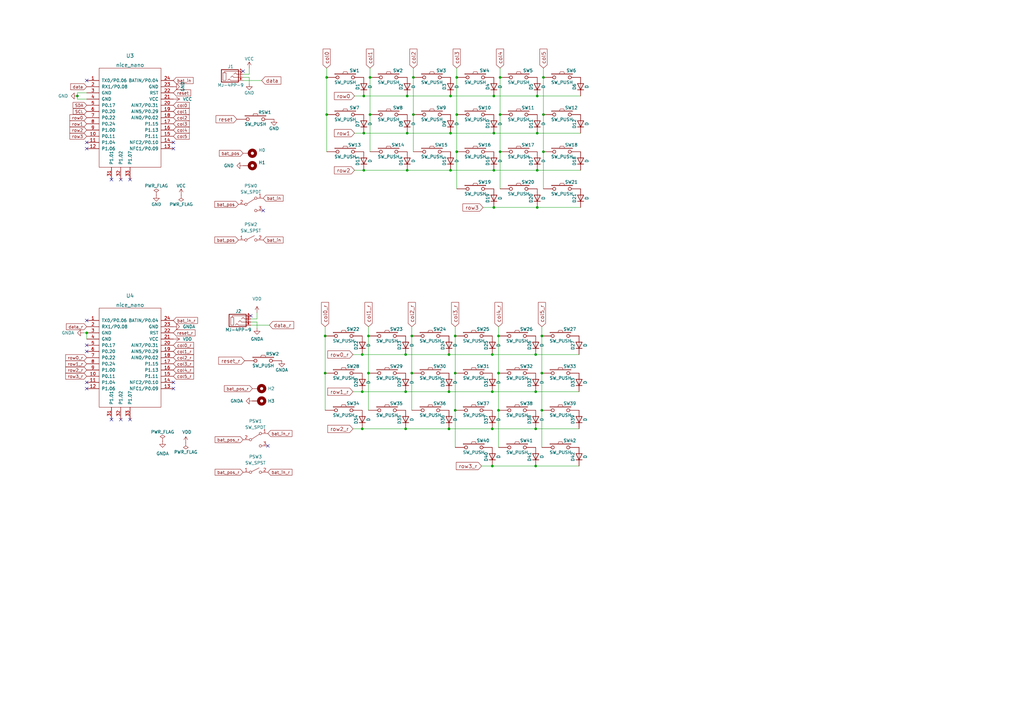
<source format=kicad_sch>
(kicad_sch (version 20211123) (generator eeschema)
  (paper "A3")
  (title_block (title "Corne Cherry") (date "2020-09-28") (rev "3.0.1") (company "foostan"))
  (lib_symbols
    (symbol "Device:D" (pin_numbers hide) (pin_names (offset 1.016) hide)
      (property "Reference" "D" (at 0 2.54 0))
      (property "Value" "D" (at 0 -2.54 0))
      (symbol "D_0_1"
        (polyline (pts (xy -1.27 1.27) (xy -1.27 -1.27)) (stroke (width 0.254)))
        (polyline (pts (xy 1.27 0) (xy -1.27 0)))
        (polyline (pts (xy 1.27 1.27) (xy 1.27 -1.27) (xy -1.27 0) (xy 1.27 1.27)) (stroke (width 0.254)))
      )
      (symbol "D_1_1"
        (pin passive line (at -3.81 0 0) (length 2.54) (name "K") (number "1"))
        (pin passive line (at 3.81 0 180) (length 2.54) (name "A") (number "2"))
      )
    )
    (symbol "GNDA_1" (power) (pin_names (offset 0))
      (property "Value" "GNDA_1" (at 0 -3.81 0))
      (symbol "GNDA_1_0_1"
        (polyline (pts (xy 0 0) (xy 0 -1.27) (xy 1.27 -1.27) (xy 0 -2.54) (xy -1.27 -1.27) (xy 0 -1.27)))
      )
      (symbol "GNDA_1_1_1"
        (pin power_in line (at 0 0 270) (length 0) hide (name "GNDA") (number "1"))
      )
    )
    (symbol "GNDA_2" (power) (pin_names (offset 0))
      (property "Value" "GNDA_2" (at 0 -3.81 0))
      (symbol "GNDA_2_0_1"
        (polyline (pts (xy 0 0) (xy 0 -1.27) (xy 1.27 -1.27) (xy 0 -2.54) (xy -1.27 -1.27) (xy 0 -1.27)))
      )
      (symbol "GNDA_2_1_1"
        (pin power_in line (at 0 0 270) (length 0) hide (name "GNDA") (number "1"))
      )
    )
    (symbol "GNDA_3" (power) (pin_names (offset 0))
      (property "Value" "GNDA_3" (at 0 -3.81 0))
      (symbol "GNDA_3_0_1"
        (polyline (pts (xy 0 0) (xy 0 -1.27) (xy 1.27 -1.27) (xy 0 -2.54) (xy -1.27 -1.27) (xy 0 -1.27)))
      )
      (symbol "GNDA_3_1_1"
        (pin power_in line (at 0 0 270) (length 0) hide (name "GNDA") (number "1"))
      )
    )
    (symbol "GNDA_4" (power) (pin_names (offset 0))
      (property "Value" "GNDA_4" (at 0 -3.81 0))
      (symbol "GNDA_4_0_1"
        (polyline (pts (xy 0 0) (xy 0 -1.27) (xy 1.27 -1.27) (xy 0 -2.54) (xy -1.27 -1.27) (xy 0 -1.27)))
      )
      (symbol "GNDA_4_1_1"
        (pin power_in line (at 0 0 270) (length 0) hide (name "GNDA") (number "1"))
      )
    )
    (symbol "GNDA_5" (power) (pin_names (offset 0))
      (property "Value" "GNDA_5" (at 0 -3.81 0))
      (symbol "GNDA_5_0_1"
        (polyline (pts (xy 0 0) (xy 0 -1.27) (xy 1.27 -1.27) (xy 0 -2.54) (xy -1.27 -1.27) (xy 0 -1.27)))
      )
      (symbol "GNDA_5_1_1"
        (pin power_in line (at 0 0 270) (length 0) hide (name "GNDA") (number "1"))
      )
    )
    (symbol "GND_1" (power) (pin_names (offset 0))
      (property "Value" "GND_1" (at 0 -3.81 0))
      (symbol "GND_1_0_1"
        (polyline (pts (xy 0 0) (xy 0 -1.27) (xy 1.27 -1.27) (xy 0 -2.54) (xy -1.27 -1.27) (xy 0 -1.27)))
      )
      (symbol "GND_1_1_1"
        (pin power_in line (at 0 0 270) (length 0) hide (name "GND") (number "1"))
      )
    )
    (symbol "GND_2" (power) (pin_names (offset 0))
      (property "Value" "GND_2" (at 0 -3.81 0))
      (symbol "GND_2_0_1"
        (polyline (pts (xy 0 0) (xy 0 -1.27) (xy 1.27 -1.27) (xy 0 -2.54) (xy -1.27 -1.27) (xy 0 -1.27)))
      )
      (symbol "GND_2_1_1"
        (pin power_in line (at 0 0 270) (length 0) hide (name "GND") (number "1"))
      )
    )
    (symbol "Mechanical:MountingHole_Pad" (pin_numbers hide) (pin_names (offset 1.016) hide)
      (property "Reference" "H" (at 0 6.35 0))
      (property "Value" "MountingHole_Pad" (at 0 4.445 0))
      (symbol "MountingHole_Pad_0_1"
        (circle (center 0 1.27) (radius 1.27) (stroke (width 1.27)))
      )
      (symbol "MountingHole_Pad_1_1"
        (pin input line (at 0 -2.54 90) (length 2.54) (name "1") (number "1"))
      )
    )
    (symbol "Switch:SW_SPDT" (pin_names (offset 0) hide)
      (property "Reference" "SW" (at 0 4.318 0))
      (property "Value" "SW_SPDT" (at 0 -5.08 0))
      (symbol "SW_SPDT_0_0"
        (circle (center -2.032 0) (radius 0.508))
        (circle (center 2.032 -2.54) (radius 0.508))
      )
      (symbol "SW_SPDT_0_1"
        (polyline (pts (xy -1.524 0.254) (xy 1.651 2.286)))
        (circle (center 2.032 2.54) (radius 0.508))
      )
      (symbol "SW_SPDT_1_1"
        (pin passive line (at 5.08 2.54 180) (length 2.54) (name "A") (number "1"))
        (pin passive line (at -5.08 0 0) (length 2.54) (name "B") (number "2"))
        (pin passive line (at 5.08 -2.54 180) (length 2.54) (name "C") (number "3"))
      )
    )
    (symbol "Switch:SW_SPST" (pin_names (offset 0) hide)
      (property "Reference" "SW" (at 0 3.175 0))
      (property "Value" "SW_SPST" (at 0 -2.54 0))
      (symbol "SW_SPST_0_0"
        (circle (center -2.032 0) (radius 0.508))
        (polyline (pts (xy -1.524 0.254) (xy 1.524 1.778)))
        (circle (center 2.032 0) (radius 0.508))
      )
      (symbol "SW_SPST_1_1"
        (pin passive line (at -5.08 0 0) (length 2.54) (name "A") (number "1"))
        (pin passive line (at 5.08 0 180) (length 2.54) (name "B") (number "2"))
      )
    )
    (symbol "VCC_1" (power) (pin_names (offset 0))
      (property "Value" "VCC_1" (at 0 3.81 0))
      (symbol "VCC_1_0_1"
        (polyline (pts (xy -0.762 1.27) (xy 0 2.54)))
        (polyline (pts (xy 0 0) (xy 0 2.54)))
        (polyline (pts (xy 0 2.54) (xy 0.762 1.27)))
      )
      (symbol "VCC_1_1_1"
        (pin power_in line (at 0 0 90) (length 0) hide (name "VCC") (number "1"))
      )
    )
    (symbol "VDD_1" (power) (pin_names (offset 0))
      (property "Value" "VDD_1" (at 0 3.81 0))
      (symbol "VDD_1_0_1"
        (polyline (pts (xy -0.762 1.27) (xy 0 2.54)))
        (polyline (pts (xy 0 0) (xy 0 2.54)))
        (polyline (pts (xy 0 2.54) (xy 0.762 1.27)))
      )
      (symbol "VDD_1_1_1"
        (pin power_in line (at 0 0 90) (length 0) hide (name "VDD") (number "1"))
      )
    )
    (symbol "VDD_2" (power) (pin_names (offset 0))
      (property "Value" "VDD_2" (at 0 3.81 0))
      (symbol "VDD_2_0_1"
        (polyline (pts (xy -0.762 1.27) (xy 0 2.54)))
        (polyline (pts (xy 0 0) (xy 0 2.54)))
        (polyline (pts (xy 0 2.54) (xy 0.762 1.27)))
      )
      (symbol "VDD_2_1_1"
        (pin power_in line (at 0 0 90) (length 0) hide (name "VDD") (number "1"))
      )
    )
    (symbol "kbd:MJ-4PP-9" (pin_names (offset 1.016))
      (property "Reference" "J" (at 0 3.81 0))
      (property "Value" "MJ-4PP-9" (at 0 -3.81 0))
      (symbol "MJ-4PP-9_0_1"
        (rectangle (start -1.905 -1.905) (end -3.175 1.27))
        (polyline (pts (xy -2.54 1.27) (xy -2.54 1.905) (xy 3.175 1.905)))
        (polyline (pts (xy -1.27 -1.905) (xy -0.635 -1.27) (xy 0 -1.905) (xy 3.175 -1.905)))
        (polyline (pts (xy 0 -0.635) (xy 0.635 0) (xy 1.27 -0.635) (xy 3.175 -0.635)))
        (polyline (pts (xy 1.27 0.635) (xy 1.905 1.27) (xy 2.54 0.635) (xy 3.175 0.635)))
        (rectangle (start 3.175 2.54) (end -3.81 -2.54) (stroke (width 0.3048)))
      )
      (symbol "MJ-4PP-9_1_1"
        (pin input line (at 5.08 1.905 180) (length 2.0066) (name "~") (number "A"))
        (pin input line (at 5.08 -1.905 180) (length 2.0066) (name "~") (number "B"))
        (pin input line (at 5.08 -0.635 180) (length 2.0066) (name "~") (number "C"))
        (pin input line (at 5.08 0.635 180) (length 2.0066) (name "~") (number "D"))
      )
    )
    (symbol "kbd:SW_PUSH" (pin_numbers hide) (pin_names (offset 1.016) hide)
      (property "Reference" "SW" (at 3.81 2.794 0))
      (property "Value" "SW_PUSH" (at 0 -2.032 0))
      (symbol "SW_PUSH_0_1"
        (rectangle (start -4.318 1.27) (end 4.318 1.524))
        (polyline (pts (xy -1.016 1.524) (xy -0.762 2.286) (xy 0.762 2.286) (xy 1.016 1.524)))
        (pin passive inverted (at -7.62 0 0) (length 5.08) (name "1") (number "1"))
        (pin passive inverted (at 7.62 0 180) (length 5.08) (name "2") (number "2"))
      )
    )
    (symbol "nice:nice_nano" (pin_names (offset 1.016))
      (property "Reference" "U" (at 0 0 0))
      (property "Value" "nice_nano" (at 0 2.54 0))
      (symbol "nice_nano_0_1"
        (rectangle (start -12.7 -21.59) (end 12.7 19.05))
      )
      (symbol "nice_nano_1_1"
        (pin input line (at -17.78 13.97 0) (length 5.08) (name "TX0/P0.06") (number "1"))
        (pin input line (at -17.78 -8.89 0) (length 5.08) (name "P0.11") (number "10"))
        (pin input line (at -17.78 -11.43 0) (length 5.08) (name "P1.04") (number "11"))
        (pin input line (at -17.78 -13.97 0) (length 5.08) (name "P1.06") (number "12"))
        (pin input line (at 17.78 -13.97 180) (length 5.08) (name "NFC1/P0.09") (number "13"))
        (pin input line (at 17.78 -11.43 180) (length 5.08) (name "NFC2/P0.10") (number "14"))
        (pin input line (at 17.78 -8.89 180) (length 5.08) (name "P1.11") (number "15"))
        (pin input line (at 17.78 -6.35 180) (length 5.08) (name "P1.13") (number "16"))
        (pin input line (at 17.78 -3.81 180) (length 5.08) (name "P1.15") (number "17"))
        (pin input line (at 17.78 -1.27 180) (length 5.08) (name "AIN0/P0.02") (number "18"))
        (pin input line (at 17.78 1.27 180) (length 5.08) (name "AIN5/P0.29") (number "19"))
        (pin input line (at -17.78 11.43 0) (length 5.08) (name "RX1/P0.08") (number "2"))
        (pin input line (at 17.78 3.81 180) (length 5.08) (name "AIN7/P0.31") (number "20"))
        (pin input line (at 17.78 6.35 180) (length 5.08) (name "VCC") (number "21"))
        (pin input line (at 17.78 8.89 180) (length 5.08) (name "RST") (number "22"))
        (pin input line (at 17.78 11.43 180) (length 5.08) (name "GND") (number "23"))
        (pin input line (at 17.78 13.97 180) (length 5.08) (name "BATIN/P0.04") (number "24"))
        (pin input line (at -17.78 8.89 0) (length 5.08) (name "GND") (number "3"))
        (pin input line (at -7.62 -26.67 90) (length 5.08) (name "P1.01") (number "31"))
        (pin input line (at -3.81 -26.67 90) (length 5.08) (name "P1.02") (number "32"))
        (pin input line (at 0 -26.67 90) (length 5.08) (name "P1.07") (number "33"))
        (pin input line (at -17.78 6.35 0) (length 5.08) (name "GND") (number "4"))
        (pin input line (at -17.78 3.81 0) (length 5.08) (name "P0.17") (number "5"))
        (pin input line (at -17.78 1.27 0) (length 5.08) (name "P0.20") (number "6"))
        (pin input line (at -17.78 -1.27 0) (length 5.08) (name "P0.22") (number "7"))
        (pin input line (at -17.78 -3.81 0) (length 5.08) (name "P0.24") (number "8"))
        (pin input line (at -17.78 -6.35 0) (length 5.08) (name "P1.00") (number "9"))
      )
    )
    (symbol "power:GND" (power) (pin_names (offset 0))
      (property "Value" "GND" (at 0 -3.81 0))
      (symbol "GND_0_1"
        (polyline (pts (xy 0 0) (xy 0 -1.27) (xy 1.27 -1.27) (xy 0 -2.54) (xy -1.27 -1.27) (xy 0 -1.27)))
      )
      (symbol "GND_1_1"
        (pin power_in line (at 0 0 270) (length 0) hide (name "GND") (number "1"))
      )
    )
    (symbol "power:GNDA" (power) (pin_names (offset 0))
      (property "Value" "GNDA" (at 0 -3.81 0))
      (symbol "GNDA_0_1"
        (polyline (pts (xy 0 0) (xy 0 -1.27) (xy 1.27 -1.27) (xy 0 -2.54) (xy -1.27 -1.27) (xy 0 -1.27)))
      )
      (symbol "GNDA_1_1"
        (pin power_in line (at 0 0 270) (length 0) hide (name "GNDA") (number "1"))
      )
    )
    (symbol "power:PWR_FLAG" (power) (pin_numbers hide) (pin_names (offset 0) hide)
      (property "Value" "PWR_FLAG" (at 0 3.81 0))
      (symbol "PWR_FLAG_0_0"
        (pin power_out line (at 0 0 90) (length 0) (name "pwr") (number "1"))
      )
      (symbol "PWR_FLAG_0_1"
        (polyline (pts (xy 0 0) (xy 0 1.27) (xy -1.016 1.905) (xy 0 2.54) (xy 1.016 1.905) (xy 0 1.27)))
      )
    )
    (symbol "power:VCC" (power) (pin_names (offset 0))
      (property "Value" "VCC" (at 0 3.81 0))
      (symbol "VCC_0_1"
        (polyline (pts (xy -0.762 1.27) (xy 0 2.54)))
        (polyline (pts (xy 0 0) (xy 0 2.54)))
        (polyline (pts (xy 0 2.54) (xy 0.762 1.27)))
      )
      (symbol "VCC_1_1"
        (pin power_in line (at 0 0 90) (length 0) hide (name "VCC") (number "1"))
      )
    )
    (symbol "power:VDD" (power) (pin_names (offset 0))
      (property "Value" "VDD" (at 0 3.81 0))
      (symbol "VDD_0_1"
        (polyline (pts (xy -0.762 1.27) (xy 0 2.54)))
        (polyline (pts (xy 0 0) (xy 0 2.54)))
        (polyline (pts (xy 0 2.54) (xy 0.762 1.27)))
      )
      (symbol "VDD_1_1"
        (pin power_in line (at 0 0 90) (length 0) hide (name "VDD") (number "1"))
      )
    )
  )
  (junction (at 184.785 39.37))
  (junction (at 169.545 46.99))
  (junction (at 201.93 160.655))
  (junction (at 202.565 69.85))
  (junction (at 184.15 175.895))
  (junction (at 148.59 175.895))
  (junction (at 205.105 62.23))
  (junction (at 148.59 145.415))
  (junction (at 219.71 160.655))
  (junction (at 220.345 54.61))
  (junction (at 220.345 39.37))
  (junction (at 168.91 153.035))
  (junction (at 222.25 168.275))
  (junction (at 133.35 137.795))
  (junction (at 151.13 153.035))
  (junction (at 184.785 69.85))
  (junction (at 220.345 69.85))
  (junction (at 219.71 145.415))
  (junction (at 151.765 46.99))
  (junction (at 186.69 137.795))
  (junction (at 166.37 175.895))
  (junction (at 202.565 39.37))
  (junction (at 133.35 153.035))
  (junction (at 222.885 31.75))
  (junction (at 149.225 69.85))
  (junction (at 201.93 175.895))
  (junction (at 186.69 168.275))
  (junction (at 151.13 137.795))
  (junction (at 202.565 85.09))
  (junction (at 31.75 39.37))
  (junction (at 201.93 191.135))
  (junction (at 202.565 54.61))
  (junction (at 204.47 168.275))
  (junction (at 187.325 46.99))
  (junction (at 187.325 31.75))
  (junction (at 35.56 136.525))
  (junction (at 149.225 54.61))
  (junction (at 219.71 191.135))
  (junction (at 149.225 39.37))
  (junction (at 166.37 145.415))
  (junction (at 187.325 62.23))
  (junction (at 205.105 31.75))
  (junction (at 166.37 160.655))
  (junction (at 204.47 153.035))
  (junction (at 222.885 46.99))
  (junction (at 151.765 31.75))
  (junction (at 169.545 31.75))
  (junction (at 133.985 46.99))
  (junction (at 220.345 85.09))
  (junction (at 167.005 54.61))
  (junction (at 184.15 160.655))
  (junction (at 184.15 145.415))
  (junction (at 222.25 137.795))
  (junction (at 219.71 175.895))
  (junction (at 204.47 137.795))
  (junction (at 133.985 31.75))
  (junction (at 148.59 160.655))
  (junction (at 184.785 54.61))
  (junction (at 186.69 153.035))
  (junction (at 168.91 137.795))
  (junction (at 205.105 46.99))
  (junction (at 167.005 69.85))
  (junction (at 222.885 62.23))
  (junction (at 167.005 39.37))
  (junction (at 201.93 145.415))
  (junction (at 222.25 153.035))
  (no_connect (at 102.87 129.54))
  (no_connect (at 99.695 29.21))
  (no_connect (at 71.12 60.96))
  (no_connect (at 45.72 73.66))
  (no_connect (at 49.53 73.66))
  (no_connect (at 53.34 73.66))
  (no_connect (at 71.12 58.42))
  (no_connect (at 53.34 172.085))
  (no_connect (at 71.12 156.845))
  (no_connect (at 109.855 182.88))
  (no_connect (at 71.12 159.385))
  (no_connect (at 107.95 86.36))
  (no_connect (at 35.56 144.145))
  (no_connect (at 45.72 172.085))
  (no_connect (at 49.53 172.085))
  (no_connect (at 35.56 159.385))
  (no_connect (at 35.56 156.845))
  (no_connect (at 35.56 141.605))
  (no_connect (at 35.56 131.445))
  (no_connect (at 35.56 58.42))
  (no_connect (at 35.56 60.96))
  (no_connect (at 35.56 33.02))
  (wire (pts (xy 105.41 132.08) (xy 105.41 134.62)))
  (wire (pts (xy 151.13 153.035) (xy 151.13 168.275)))
  (wire (pts (xy 102.87 132.08) (xy 105.41 132.08)))
  (wire (pts (xy 133.985 27.94) (xy 133.985 31.75)))
  (wire (pts (xy 102.87 130.81) (xy 105.41 130.81)))
  (wire (pts (xy 133.35 133.985) (xy 133.35 137.795)))
  (wire (pts (xy 149.225 39.37) (xy 167.005 39.37)))
  (wire (pts (xy 220.345 54.61) (xy 238.125 54.61)))
  (wire (pts (xy 133.985 31.75) (xy 133.985 46.99)))
  (wire (pts (xy 148.59 175.895) (xy 166.37 175.895)))
  (wire (pts (xy 205.105 62.23) (xy 205.105 77.47)))
  (wire (pts (xy 102.235 30.48) (xy 102.235 27.94)))
  (wire (pts (xy 205.105 31.75) (xy 205.105 46.99)))
  (wire (pts (xy 34.29 136.525) (xy 35.56 136.525)))
  (wire (pts (xy 148.59 160.655) (xy 166.37 160.655)))
  (wire (pts (xy 219.71 160.655) (xy 237.49 160.655)))
  (wire (pts (xy 220.345 85.09) (xy 238.125 85.09)))
  (wire (pts (xy 167.005 69.85) (xy 184.785 69.85)))
  (wire (pts (xy 149.225 69.85) (xy 167.005 69.85)))
  (wire (pts (xy 219.71 191.135) (xy 237.49 191.135)))
  (wire (pts (xy 222.25 168.275) (xy 222.25 183.515)))
  (wire (pts (xy 187.325 62.23) (xy 187.325 77.47)))
  (wire (pts (xy 168.91 133.985) (xy 168.91 137.795)))
  (wire (pts (xy 219.71 145.415) (xy 237.49 145.415)))
  (wire (pts (xy 169.545 31.75) (xy 169.545 46.99)))
  (wire (pts (xy 145.415 39.37) (xy 149.225 39.37)))
  (wire (pts (xy 220.345 69.85) (xy 238.125 69.85)))
  (wire (pts (xy 31.75 40.64) (xy 31.75 39.37)))
  (wire (pts (xy 167.005 54.61) (xy 184.785 54.61)))
  (wire (pts (xy 222.885 46.99) (xy 222.885 62.23)))
  (wire (pts (xy 105.41 130.81) (xy 105.41 128.27)))
  (wire (pts (xy 99.695 31.75) (xy 102.235 31.75)))
  (wire (pts (xy 144.78 160.655) (xy 148.59 160.655)))
  (wire (pts (xy 184.15 145.415) (xy 201.93 145.415)))
  (wire (pts (xy 133.985 46.99) (xy 133.985 62.23)))
  (wire (pts (xy 201.93 175.895) (xy 219.71 175.895)))
  (wire (pts (xy 144.78 145.415) (xy 148.59 145.415)))
  (wire (pts (xy 187.325 27.94) (xy 187.325 31.75)))
  (wire (pts (xy 99.695 33.02) (xy 107.315 33.02)))
  (wire (pts (xy 204.47 137.795) (xy 204.47 153.035)))
  (wire (pts (xy 198.12 85.09) (xy 202.565 85.09)))
  (wire (pts (xy 151.765 46.99) (xy 151.765 62.23)))
  (wire (pts (xy 99.695 30.48) (xy 102.235 30.48)))
  (wire (pts (xy 167.005 39.37) (xy 184.785 39.37)))
  (wire (pts (xy 202.565 39.37) (xy 220.345 39.37)))
  (wire (pts (xy 186.69 133.985) (xy 186.69 137.795)))
  (wire (pts (xy 133.35 137.795) (xy 133.35 153.035)))
  (wire (pts (xy 168.91 153.035) (xy 168.91 168.275)))
  (wire (pts (xy 148.59 145.415) (xy 166.37 145.415)))
  (wire (pts (xy 151.13 133.985) (xy 151.13 137.795)))
  (wire (pts (xy 186.69 168.275) (xy 186.69 183.515)))
  (wire (pts (xy 31.75 39.37) (xy 31.75 38.1)))
  (wire (pts (xy 202.565 85.09) (xy 220.345 85.09)))
  (wire (pts (xy 102.87 133.35) (xy 110.49 133.35)))
  (wire (pts (xy 35.56 136.525) (xy 35.56 139.065)))
  (wire (pts (xy 166.37 175.895) (xy 184.15 175.895)))
  (wire (pts (xy 220.345 39.37) (xy 238.125 39.37)))
  (wire (pts (xy 187.325 31.75) (xy 187.325 46.99)))
  (wire (pts (xy 201.93 160.655) (xy 219.71 160.655)))
  (wire (pts (xy 149.225 54.61) (xy 167.005 54.61)))
  (wire (pts (xy 31.75 38.1) (xy 35.56 38.1)))
  (wire (pts (xy 151.13 137.795) (xy 151.13 153.035)))
  (wire (pts (xy 204.47 168.275) (xy 204.47 183.515)))
  (wire (pts (xy 151.765 31.75) (xy 151.765 46.99)))
  (wire (pts (xy 201.93 145.415) (xy 219.71 145.415)))
  (wire (pts (xy 151.765 27.94) (xy 151.765 31.75)))
  (wire (pts (xy 222.25 133.985) (xy 222.25 137.795)))
  (wire (pts (xy 201.93 191.135) (xy 219.71 191.135)))
  (wire (pts (xy 184.15 160.655) (xy 201.93 160.655)))
  (wire (pts (xy 169.545 46.99) (xy 169.545 62.23)))
  (wire (pts (xy 184.785 39.37) (xy 202.565 39.37)))
  (wire (pts (xy 186.69 153.035) (xy 186.69 168.275)))
  (wire (pts (xy 102.235 31.75) (xy 102.235 34.29)))
  (wire (pts (xy 222.25 153.035) (xy 222.25 168.275)))
  (wire (pts (xy 186.69 137.795) (xy 186.69 153.035)))
  (wire (pts (xy 187.325 46.99) (xy 187.325 62.23)))
  (wire (pts (xy 166.37 160.655) (xy 184.15 160.655)))
  (wire (pts (xy 184.15 175.895) (xy 201.93 175.895)))
  (wire (pts (xy 205.105 27.94) (xy 205.105 31.75)))
  (wire (pts (xy 145.415 69.85) (xy 149.225 69.85)))
  (wire (pts (xy 222.25 137.795) (xy 222.25 153.035)))
  (wire (pts (xy 144.78 175.895) (xy 148.59 175.895)))
  (wire (pts (xy 202.565 69.85) (xy 220.345 69.85)))
  (wire (pts (xy 204.47 153.035) (xy 204.47 168.275)))
  (wire (pts (xy 184.785 69.85) (xy 202.565 69.85)))
  (wire (pts (xy 219.71 175.895) (xy 237.49 175.895)))
  (wire (pts (xy 145.415 54.61) (xy 149.225 54.61)))
  (wire (pts (xy 204.47 133.985) (xy 204.47 137.795)))
  (wire (pts (xy 169.545 27.94) (xy 169.545 31.75)))
  (wire (pts (xy 197.485 191.135) (xy 201.93 191.135)))
  (wire (pts (xy 222.885 31.75) (xy 222.885 46.99)))
  (wire (pts (xy 205.105 46.99) (xy 205.105 62.23)))
  (wire (pts (xy 35.56 40.64) (xy 31.75 40.64)))
  (wire (pts (xy 168.91 137.795) (xy 168.91 153.035)))
  (wire (pts (xy 184.785 54.61) (xy 202.565 54.61)))
  (wire (pts (xy 133.35 153.035) (xy 133.35 168.275)))
  (wire (pts (xy 202.565 54.61) (xy 220.345 54.61)))
  (wire (pts (xy 222.885 62.23) (xy 222.885 77.47)))
  (wire (pts (xy 166.37 145.415) (xy 184.15 145.415)))
  (wire (pts (xy 222.885 27.94) (xy 222.885 31.75)))
  (global_label "row3_r" (shape input) (at 197.485 191.135 180) (effects (font (size 1.524 1.524))) (property "Intersheet References" "${INTERSHEET_REFS}" (effects hide)))
  (global_label "data_r" (shape input) (at 110.49 133.35 0) (effects (font (size 1.524 1.524))) (property "Intersheet References" "${INTERSHEET_REFS}" (effects hide)))
  (global_label "bat_in_r" (shape input) (at 109.855 177.8 0) (property "Intersheet References" "${INTERSHEET_REFS}" (effects hide)))
  (global_label "col0" (shape input) (at 133.985 27.94 90) (effects (font (size 1.524 1.524))) (property "Intersheet References" "${INTERSHEET_REFS}" (effects hide)))
  (global_label "data_r" (shape input) (at 35.56 133.985 180) (property "Intersheet References" "${INTERSHEET_REFS}" (effects hide)))
  (global_label "row3" (shape input) (at 35.56 55.88 180) (property "Intersheet References" "${INTERSHEET_REFS}" (effects hide)))
  (global_label "bat_pos_r" (shape input) (at 99.695 180.34 180) (property "Intersheet References" "${INTERSHEET_REFS}" (effects hide)))
  (global_label "reset" (shape input) (at 97.155 48.895 180) (effects (font (size 1.524 1.524))) (property "Intersheet References" "${INTERSHEET_REFS}" (effects hide)))
  (global_label "col1" (shape input) (at 151.765 27.94 90) (effects (font (size 1.524 1.524))) (property "Intersheet References" "${INTERSHEET_REFS}" (effects hide)))
  (global_label "row0" (shape input) (at 145.415 39.37 180) (effects (font (size 1.524 1.524))) (property "Intersheet References" "${INTERSHEET_REFS}" (effects hide)))
  (global_label "bat_in_r" (shape input) (at 71.12 131.445 0) (property "Intersheet References" "${INTERSHEET_REFS}" (effects hide)))
  (global_label "bat_pos" (shape input) (at 97.79 83.82 180) (property "Intersheet References" "${INTERSHEET_REFS}" (effects hide)))
  (global_label "row1_r" (shape input) (at 144.78 160.655 180) (effects (font (size 1.524 1.524))) (property "Intersheet References" "${INTERSHEET_REFS}" (effects hide)))
  (global_label "bat_in" (shape input) (at 71.12 33.02 0) (property "Intersheet References" "${INTERSHEET_REFS}" (effects hide)))
  (global_label "row2" (shape input) (at 145.415 69.85 180) (effects (font (size 1.524 1.524))) (property "Intersheet References" "${INTERSHEET_REFS}" (effects hide)))
  (global_label "bat_pos_r" (shape input) (at 99.695 193.675 180) (property "Intersheet References" "${INTERSHEET_REFS}" (effects hide)))
  (global_label "SDA" (shape input) (at 35.56 43.18 180) (effects (font (size 1.1938 1.1938))) (property "Intersheet References" "${INTERSHEET_REFS}" (effects hide)))
  (global_label "row2_r" (shape input) (at 35.56 151.765 180) (property "Intersheet References" "${INTERSHEET_REFS}" (effects hide)))
  (global_label "row1" (shape input) (at 145.415 54.61 180) (effects (font (size 1.524 1.524))) (property "Intersheet References" "${INTERSHEET_REFS}" (effects hide)))
  (global_label "reset_r" (shape input) (at 71.12 136.525 0) (property "Intersheet References" "${INTERSHEET_REFS}" (effects hide)))
  (global_label "col2" (shape input) (at 169.545 27.94 90) (effects (font (size 1.524 1.524))) (property "Intersheet References" "${INTERSHEET_REFS}" (effects hide)))
  (global_label "col0_r" (shape input) (at 133.35 133.985 90) (effects (font (size 1.524 1.524))) (property "Intersheet References" "${INTERSHEET_REFS}" (effects hide)))
  (global_label "row0_r" (shape input) (at 144.78 145.415 180) (effects (font (size 1.524 1.524))) (property "Intersheet References" "${INTERSHEET_REFS}" (effects hide)))
  (global_label "row3_r" (shape input) (at 35.56 154.305 180) (property "Intersheet References" "${INTERSHEET_REFS}" (effects hide)))
  (global_label "col1_r" (shape input) (at 71.12 144.145 0) (property "Intersheet References" "${INTERSHEET_REFS}" (effects hide)))
  (global_label "row0" (shape input) (at 35.56 48.26 180) (property "Intersheet References" "${INTERSHEET_REFS}" (effects hide)))
  (global_label "col1" (shape input) (at 71.12 45.72 0) (property "Intersheet References" "${INTERSHEET_REFS}" (effects hide)))
  (global_label "col2_r" (shape input) (at 71.12 146.685 0) (property "Intersheet References" "${INTERSHEET_REFS}" (effects hide)))
  (global_label "row0_r" (shape input) (at 35.56 146.685 180) (property "Intersheet References" "${INTERSHEET_REFS}" (effects hide)))
  (global_label "bat_pos" (shape input) (at 97.79 98.425 180) (property "Intersheet References" "${INTERSHEET_REFS}" (effects hide)))
  (global_label "col2" (shape input) (at 71.12 48.26 0) (property "Intersheet References" "${INTERSHEET_REFS}" (effects hide)))
  (global_label "col5_r" (shape input) (at 222.25 133.985 90) (effects (font (size 1.524 1.524))) (property "Intersheet References" "${INTERSHEET_REFS}" (effects hide)))
  (global_label "row1" (shape input) (at 35.56 50.8 180) (property "Intersheet References" "${INTERSHEET_REFS}" (effects hide)))
  (global_label "col5" (shape input) (at 222.885 27.94 90) (effects (font (size 1.524 1.524))) (property "Intersheet References" "${INTERSHEET_REFS}" (effects hide)))
  (global_label "col4" (shape input) (at 71.12 53.34 0) (property "Intersheet References" "${INTERSHEET_REFS}" (effects hide)))
  (global_label "reset_r" (shape input) (at 100.33 147.955 180) (effects (font (size 1.524 1.524))) (property "Intersheet References" "${INTERSHEET_REFS}" (effects hide)))
  (global_label "reset" (shape input) (at 71.12 38.1 0) (property "Intersheet References" "${INTERSHEET_REFS}" (effects hide)))
  (global_label "col4_r" (shape input) (at 71.12 151.765 0) (property "Intersheet References" "${INTERSHEET_REFS}" (effects hide)))
  (global_label "row1_r" (shape input) (at 35.56 149.225 180) (property "Intersheet References" "${INTERSHEET_REFS}" (effects hide)))
  (global_label "bat_in" (shape input) (at 107.95 81.28 0) (property "Intersheet References" "${INTERSHEET_REFS}" (effects hide)))
  (global_label "row3" (shape input) (at 198.12 85.09 180) (effects (font (size 1.524 1.524))) (property "Intersheet References" "${INTERSHEET_REFS}" (effects hide)))
  (global_label "bat_pos_r" (shape input) (at 103.505 159.385 180) (property "Intersheet References" "${INTERSHEET_REFS}" (effects hide)))
  (global_label "col4" (shape input) (at 205.105 27.94 90) (effects (font (size 1.524 1.524))) (property "Intersheet References" "${INTERSHEET_REFS}" (effects hide)))
  (global_label "col0_r" (shape input) (at 71.12 141.605 0) (property "Intersheet References" "${INTERSHEET_REFS}" (effects hide)))
  (global_label "row2" (shape input) (at 35.56 53.34 180) (property "Intersheet References" "${INTERSHEET_REFS}" (effects hide)))
  (global_label "col4_r" (shape input) (at 204.47 133.985 90) (effects (font (size 1.524 1.524))) (property "Intersheet References" "${INTERSHEET_REFS}" (effects hide)))
  (global_label "col3" (shape input) (at 71.12 50.8 0) (property "Intersheet References" "${INTERSHEET_REFS}" (effects hide)))
  (global_label "col1_r" (shape input) (at 151.13 133.985 90) (effects (font (size 1.524 1.524))) (property "Intersheet References" "${INTERSHEET_REFS}" (effects hide)))
  (global_label "row2_r" (shape input) (at 144.78 175.895 180) (effects (font (size 1.524 1.524))) (property "Intersheet References" "${INTERSHEET_REFS}" (effects hide)))
  (global_label "col3_r" (shape input) (at 71.12 149.225 0) (property "Intersheet References" "${INTERSHEET_REFS}" (effects hide)))
  (global_label "col0" (shape input) (at 71.12 43.18 0) (property "Intersheet References" "${INTERSHEET_REFS}" (effects hide)))
  (global_label "bat_in" (shape input) (at 107.95 98.425 0) (property "Intersheet References" "${INTERSHEET_REFS}" (effects hide)))
  (global_label "col2_r" (shape input) (at 168.91 133.985 90) (effects (font (size 1.524 1.524))) (property "Intersheet References" "${INTERSHEET_REFS}" (effects hide)))
  (global_label "bat_pos" (shape input) (at 99.695 62.865 180) (property "Intersheet References" "${INTERSHEET_REFS}" (effects hide)))
  (global_label "col3_r" (shape input) (at 186.69 133.985 90) (effects (font (size 1.524 1.524))) (property "Intersheet References" "${INTERSHEET_REFS}" (effects hide)))
  (global_label "SCL" (shape input) (at 35.56 45.72 180) (effects (font (size 1.1938 1.1938))) (property "Intersheet References" "${INTERSHEET_REFS}" (effects hide)))
  (global_label "col5_r" (shape input) (at 71.12 154.305 0) (property "Intersheet References" "${INTERSHEET_REFS}" (effects hide)))
  (global_label "col5" (shape input) (at 71.12 55.88 0) (property "Intersheet References" "${INTERSHEET_REFS}" (effects hide)))
  (global_label "data" (shape input) (at 35.56 35.56 180) (property "Intersheet References" "${INTERSHEET_REFS}" (effects hide)))
  (global_label "col3" (shape input) (at 187.325 27.94 90) (effects (font (size 1.524 1.524))) (property "Intersheet References" "${INTERSHEET_REFS}" (effects hide)))
  (global_label "bat_in_r" (shape input) (at 109.855 193.675 0) (property "Intersheet References" "${INTERSHEET_REFS}" (effects hide)))
  (global_label "data" (shape input) (at 107.315 33.02 0) (effects (font (size 1.524 1.524))) (property "Intersheet References" "${INTERSHEET_REFS}" (effects hide)))
  (symbol (lib_id "kbd:SW_PUSH") (at 159.385 31.75 0) (unit 1)
    (property "Reference" "SW2" (at 163.195 28.956 0))
    (property "Value" "SW_PUSH" (at 159.385 33.782 0))
    (property "Footprint" "kbd:ChocV1_V2_Hotswap" (effects hide))
  )
  (symbol (lib_id "Device:D") (at 167.005 35.56 90) (unit 1)
    (property "Reference" "D2" (at 164.465 35.56 0))
    (property "Value" "D" (at 169.545 35.56 0))
    (property "Footprint" "kbd:D3_SMD_v2" (effects hide))
  )
  (symbol (lib_id "kbd:SW_PUSH") (at 177.165 31.75 0) (unit 1)
    (property "Reference" "SW3" (at 180.975 28.956 0))
    (property "Value" "SW_PUSH" (at 177.165 33.782 0))
    (property "Footprint" "kbd:ChocV1_V2_Hotswap" (effects hide))
  )
  (symbol (lib_id "Device:D") (at 184.785 35.56 90) (unit 1)
    (property "Reference" "D3" (at 182.245 35.56 0))
    (property "Value" "D" (at 187.325 35.56 0))
    (property "Footprint" "kbd:D3_SMD_v2" (effects hide))
  )
  (symbol (lib_id "kbd:SW_PUSH") (at 194.945 31.75 0) (unit 1)
    (property "Reference" "SW4" (at 198.755 28.956 0))
    (property "Value" "SW_PUSH" (at 194.945 33.782 0))
    (property "Footprint" "kbd:ChocV1_V2_Hotswap" (effects hide))
  )
  (symbol (lib_id "kbd:SW_PUSH") (at 212.725 31.75 0) (unit 1)
    (property "Reference" "SW5" (at 216.535 28.956 0))
    (property "Value" "SW_PUSH" (at 212.725 33.782 0))
    (property "Footprint" "kbd:ChocV1_V2_Hotswap" (effects hide))
  )
  (symbol (lib_id "kbd:SW_PUSH") (at 230.505 31.75 0) (unit 1)
    (property "Reference" "SW6" (at 234.315 28.956 0))
    (property "Value" "SW_PUSH" (at 230.505 33.782 0))
    (property "Footprint" "kbd:ChocV1_V2_Hotswap" (effects hide))
  )
  (symbol (lib_id "Device:D") (at 202.565 35.56 90) (unit 1)
    (property "Reference" "D4" (at 200.025 35.56 0))
    (property "Value" "D" (at 205.105 35.56 0))
    (property "Footprint" "kbd:D3_SMD_v2" (effects hide))
  )
  (symbol (lib_id "Device:D") (at 220.345 35.56 90) (unit 1)
    (property "Reference" "D5" (at 217.805 35.56 0))
    (property "Value" "D" (at 222.885 35.56 0))
    (property "Footprint" "kbd:D3_SMD_v2" (effects hide))
  )
  (symbol (lib_id "Device:D") (at 238.125 35.56 90) (unit 1)
    (property "Reference" "D6" (at 235.585 35.56 0))
    (property "Value" "D" (at 240.665 35.56 0))
    (property "Footprint" "kbd:D3_SMD_v2" (effects hide))
  )
  (symbol (lib_id "kbd:SW_PUSH") (at 141.605 31.75 0) (unit 1)
    (property "Reference" "SW1" (at 145.415 28.956 0))
    (property "Value" "SW_PUSH" (at 141.605 33.782 0))
    (property "Footprint" "kbd:ChocV1_V2_Hotswap" (effects hide))
  )
  (symbol (lib_id "Device:D") (at 149.225 35.56 90) (unit 1)
    (property "Reference" "D1" (at 146.685 35.56 0))
    (property "Value" "D" (at 151.765 35.56 0))
    (property "Footprint" "kbd:D3_SMD_v2" (effects hide))
  )
  (symbol (lib_id "kbd:SW_PUSH") (at 159.385 46.99 0) (unit 1)
    (property "Reference" "SW8" (at 163.195 44.196 0))
    (property "Value" "SW_PUSH" (at 159.385 49.022 0))
    (property "Footprint" "kbd:ChocV1_V2_Hotswap" (effects hide))
  )
  (symbol (lib_id "Device:D") (at 167.005 50.8 90) (unit 1)
    (property "Reference" "D8" (at 164.465 50.8 0))
    (property "Value" "D" (at 169.545 50.8 0))
    (property "Footprint" "kbd:D3_SMD_v2" (effects hide))
  )
  (symbol (lib_id "kbd:SW_PUSH") (at 177.165 46.99 0) (unit 1)
    (property "Reference" "SW9" (at 180.975 44.196 0))
    (property "Value" "SW_PUSH" (at 177.165 49.022 0))
    (property "Footprint" "kbd:ChocV1_V2_Hotswap" (effects hide))
  )
  (symbol (lib_id "Device:D") (at 184.785 50.8 90) (unit 1)
    (property "Reference" "D9" (at 182.245 50.8 0))
    (property "Value" "D" (at 187.325 50.8 0))
    (property "Footprint" "kbd:D3_SMD_v2" (effects hide))
  )
  (symbol (lib_id "kbd:SW_PUSH") (at 194.945 46.99 0) (unit 1)
    (property "Reference" "SW10" (at 198.755 44.196 0))
    (property "Value" "SW_PUSH" (at 194.945 49.022 0))
    (property "Footprint" "kbd:ChocV1_V2_Hotswap" (effects hide))
  )
  (symbol (lib_id "kbd:SW_PUSH") (at 212.725 46.99 0) (unit 1)
    (property "Reference" "SW11" (at 216.535 44.196 0))
    (property "Value" "SW_PUSH" (at 212.725 49.022 0))
    (property "Footprint" "kbd:ChocV1_V2_Hotswap" (effects hide))
  )
  (symbol (lib_id "kbd:SW_PUSH") (at 230.505 46.99 0) (unit 1)
    (property "Reference" "SW12" (at 234.315 44.196 0))
    (property "Value" "SW_PUSH" (at 230.505 49.022 0))
    (property "Footprint" "kbd:ChocV1_V2_Hotswap" (effects hide))
  )
  (symbol (lib_id "Device:D") (at 202.565 50.8 90) (unit 1)
    (property "Reference" "D10" (at 200.025 50.8 0))
    (property "Value" "D" (at 205.105 50.8 0))
    (property "Footprint" "kbd:D3_SMD_v2" (effects hide))
  )
  (symbol (lib_id "Device:D") (at 220.345 50.8 90) (unit 1)
    (property "Reference" "D11" (at 217.805 50.8 0))
    (property "Value" "D" (at 222.885 50.8 0))
    (property "Footprint" "kbd:D3_SMD_v2" (effects hide))
  )
  (symbol (lib_id "Device:D") (at 238.125 50.8 90) (unit 1)
    (property "Reference" "D12" (at 235.585 50.8 0))
    (property "Value" "D" (at 240.665 50.8 0))
    (property "Footprint" "kbd:D3_SMD_v2" (effects hide))
  )
  (symbol (lib_id "kbd:SW_PUSH") (at 141.605 46.99 0) (unit 1)
    (property "Reference" "SW7" (at 145.415 44.196 0))
    (property "Value" "SW_PUSH" (at 141.605 49.022 0))
    (property "Footprint" "kbd:ChocV1_V2_Hotswap" (effects hide))
  )
  (symbol (lib_id "Device:D") (at 149.225 50.8 90) (unit 1)
    (property "Reference" "D7" (at 146.685 50.8 0))
    (property "Value" "D" (at 151.765 50.8 0))
    (property "Footprint" "kbd:D3_SMD_v2" (effects hide))
  )
  (symbol (lib_id "kbd:SW_PUSH") (at 159.385 62.23 0) (unit 1)
    (property "Reference" "SW14" (at 163.195 59.436 0))
    (property "Value" "SW_PUSH" (at 159.385 64.262 0))
    (property "Footprint" "kbd:ChocV1_V2_Hotswap" (effects hide))
  )
  (symbol (lib_id "Device:D") (at 167.005 66.04 90) (unit 1)
    (property "Reference" "D14" (at 164.465 66.04 0))
    (property "Value" "D" (at 169.545 66.04 0))
    (property "Footprint" "kbd:D3_SMD_v2" (effects hide))
  )
  (symbol (lib_id "kbd:SW_PUSH") (at 177.165 62.23 0) (unit 1)
    (property "Reference" "SW15" (at 180.975 59.436 0))
    (property "Value" "SW_PUSH" (at 177.165 64.262 0))
    (property "Footprint" "kbd:ChocV1_V2_Hotswap" (effects hide))
  )
  (symbol (lib_id "Device:D") (at 184.785 66.04 90) (unit 1)
    (property "Reference" "D15" (at 182.245 66.04 0))
    (property "Value" "D" (at 187.325 66.04 0))
    (property "Footprint" "kbd:D3_SMD_v2" (effects hide))
  )
  (symbol (lib_id "kbd:SW_PUSH") (at 194.945 62.23 0) (unit 1)
    (property "Reference" "SW16" (at 198.755 59.436 0))
    (property "Value" "SW_PUSH" (at 194.945 64.262 0))
    (property "Footprint" "kbd:ChocV1_V2_Hotswap" (effects hide))
  )
  (symbol (lib_id "kbd:SW_PUSH") (at 212.725 62.23 0) (unit 1)
    (property "Reference" "SW17" (at 216.535 59.436 0))
    (property "Value" "SW_PUSH" (at 212.725 64.262 0))
    (property "Footprint" "kbd:ChocV1_V2_Hotswap" (effects hide))
  )
  (symbol (lib_id "kbd:SW_PUSH") (at 230.505 62.23 0) (unit 1)
    (property "Reference" "SW18" (at 234.315 59.436 0))
    (property "Value" "SW_PUSH" (at 230.505 64.262 0))
    (property "Footprint" "kbd:ChocV1_V2_Hotswap" (effects hide))
  )
  (symbol (lib_id "Device:D") (at 202.565 66.04 90) (unit 1)
    (property "Reference" "D16" (at 200.025 66.04 0))
    (property "Value" "D" (at 205.105 66.04 0))
    (property "Footprint" "kbd:D3_SMD_v2" (effects hide))
  )
  (symbol (lib_id "Device:D") (at 220.345 66.04 90) (unit 1)
    (property "Reference" "D17" (at 217.805 66.04 0))
    (property "Value" "D" (at 222.885 66.04 0))
    (property "Footprint" "kbd:D3_SMD_v2" (effects hide))
  )
  (symbol (lib_id "Device:D") (at 238.125 66.04 90) (unit 1)
    (property "Reference" "D18" (at 235.585 66.04 0))
    (property "Value" "D" (at 240.665 66.04 0))
    (property "Footprint" "kbd:D3_SMD_v2" (effects hide))
  )
  (symbol (lib_id "kbd:SW_PUSH") (at 141.605 62.23 0) (unit 1)
    (property "Reference" "SW13" (at 145.415 59.436 0))
    (property "Value" "SW_PUSH" (at 141.605 64.262 0))
    (property "Footprint" "kbd:ChocV1_V2_Hotswap" (effects hide))
  )
  (symbol (lib_id "Device:D") (at 149.225 66.04 90) (unit 1)
    (property "Reference" "D13" (at 146.685 66.04 0))
    (property "Value" "D" (at 151.765 66.04 0))
    (property "Footprint" "kbd:D3_SMD_v2" (effects hide))
  )
  (symbol (lib_id "kbd:SW_PUSH") (at 212.725 77.47 0) (unit 1)
    (property "Reference" "SW20" (at 216.535 74.676 0))
    (property "Value" "SW_PUSH" (at 212.725 79.502 0))
    (property "Footprint" "kbd:ChocV1_V2_Hotswap" (effects hide))
  )
  (symbol (lib_id "Device:D") (at 220.345 81.28 90) (unit 1)
    (property "Reference" "D20" (at 217.805 81.28 0))
    (property "Value" "D" (at 222.885 81.28 0))
    (property "Footprint" "kbd:D3_SMD_v2" (effects hide))
  )
  (symbol (lib_id "kbd:SW_PUSH") (at 230.505 77.47 0) (unit 1)
    (property "Reference" "SW21" (at 234.315 74.676 0))
    (property "Value" "SW_PUSH" (at 230.505 79.502 0))
    (property "Footprint" "kbd:ChocV1_V2_Hotswap_1.5u" (effects hide))
  )
  (symbol (lib_id "Device:D") (at 238.125 81.28 90) (unit 1)
    (property "Reference" "D21" (at 235.585 81.28 0))
    (property "Value" "D" (at 240.665 81.28 0))
    (property "Footprint" "kbd:D3_SMD_v2" (effects hide))
  )
  (symbol (lib_id "kbd:SW_PUSH") (at 194.945 77.47 0) (unit 1)
    (property "Reference" "SW19" (at 198.755 74.676 0))
    (property "Value" "SW_PUSH" (at 194.945 79.502 0))
    (property "Footprint" "kbd:ChocV1_V2_Hotswap" (effects hide))
  )
  (symbol (lib_id "Device:D") (at 202.565 81.28 90) (unit 1)
    (property "Reference" "D19" (at 200.025 81.28 0))
    (property "Value" "D" (at 205.105 81.28 0))
    (property "Footprint" "kbd:D3_SMD_v2" (effects hide))
  )
  (symbol (lib_id "power:GND") (at 64.135 80.01 0) (unit 1)
    (property "Reference" "#PWR04" (effects hide))
    (property "Value" "GND" (at 64.135 83.82 0))
  )
  (symbol (lib_id "power:VCC") (at 74.295 80.01 0) (unit 1)
    (property "Reference" "#PWR05" (effects hide))
    (property "Value" "VCC" (at 74.295 76.2 0))
  )
  (symbol (lib_id "power:PWR_FLAG") (at 74.295 80.01 180) (unit 1)
    (property "Reference" "#FLG02" (effects hide))
    (property "Value" "PWR_FLAG" (at 74.295 83.82 0))
  )
  (symbol (lib_id "power:PWR_FLAG") (at 64.135 80.01 0) (unit 1)
    (property "Reference" "#FLG01" (effects hide))
    (property "Value" "PWR_FLAG" (at 64.135 76.2 0))
  )
  (symbol (lib_id "kbd:SW_PUSH") (at 104.775 48.895 0) (unit 1)
    (property "Reference" "RSW1" (at 108.585 46.101 0))
    (property "Value" "SW_PUSH" (at 104.775 50.927 0))
    (property "Footprint" "lib:CK_Components-KSR223GNCLFG-0" (effects hide))
  )
  (symbol (lib_id "power:GND") (at 112.395 48.895 0) (unit 1)
    (property "Reference" "#PWR06" (effects hide))
    (property "Value" "GND" (at 112.395 52.705 0))
  )
  (symbol (lib_id "power:VCC") (at 102.235 27.94 0) (unit 1)
    (property "Reference" "#PWR010" (effects hide))
    (property "Value" "VCC" (at 102.235 24.13 0))
  )
  (symbol (lib_id "power:GND") (at 102.235 34.29 0) (unit 1)
    (property "Reference" "#PWR011" (effects hide))
    (property "Value" "GND" (at 102.235 38.1 0))
  )
  (symbol (lib_id "kbd:MJ-4PP-9") (at 94.615 31.115 0) (unit 1)
    (property "Reference" "J1" (at 94.615 27.305 0))
    (property "Value" "MJ-4PP-9" (at 94.615 34.925 0))
    (property "Footprint" "kbd:MJ-4PP-9_1side" (effects hide))
  )
  (symbol (lib_id "kbd:SW_PUSH") (at 158.75 137.795 0) (unit 1)
    (property "Reference" "SW23" (at 162.56 135.001 0))
    (property "Value" "SW_PUSH" (at 158.75 139.827 0))
    (property "Footprint" "kbd:ChocV1_V2_Hotswap" (effects hide))
  )
  (symbol (lib_id "Device:D") (at 166.37 141.605 90) (unit 1)
    (property "Reference" "D23" (at 163.83 141.605 0))
    (property "Value" "D" (at 168.91 141.605 0))
    (property "Footprint" "kbd:D3_SMD_v2" (effects hide))
  )
  (symbol (lib_id "kbd:SW_PUSH") (at 176.53 137.795 0) (unit 1)
    (property "Reference" "SW24" (at 180.34 135.001 0))
    (property "Value" "SW_PUSH" (at 176.53 139.827 0))
    (property "Footprint" "kbd:ChocV1_V2_Hotswap" (effects hide))
  )
  (symbol (lib_id "Device:D") (at 184.15 141.605 90) (unit 1)
    (property "Reference" "D24" (at 181.61 141.605 0))
    (property "Value" "D" (at 186.69 141.605 0))
    (property "Footprint" "kbd:D3_SMD_v2" (effects hide))
  )
  (symbol (lib_id "kbd:SW_PUSH") (at 194.31 137.795 0) (unit 1)
    (property "Reference" "SW25" (at 198.12 135.001 0))
    (property "Value" "SW_PUSH" (at 194.31 139.827 0))
    (property "Footprint" "kbd:ChocV1_V2_Hotswap" (effects hide))
  )
  (symbol (lib_id "kbd:SW_PUSH") (at 212.09 137.795 0) (unit 1)
    (property "Reference" "SW26" (at 215.9 135.001 0))
    (property "Value" "SW_PUSH" (at 212.09 139.827 0))
    (property "Footprint" "kbd:ChocV1_V2_Hotswap" (effects hide))
  )
  (symbol (lib_id "kbd:SW_PUSH") (at 229.87 137.795 0) (unit 1)
    (property "Reference" "SW27" (at 233.68 135.001 0))
    (property "Value" "SW_PUSH" (at 229.87 139.827 0))
    (property "Footprint" "kbd:ChocV1_V2_Hotswap" (effects hide))
  )
  (symbol (lib_id "Device:D") (at 201.93 141.605 90) (unit 1)
    (property "Reference" "D25" (at 199.39 141.605 0))
    (property "Value" "D" (at 204.47 141.605 0))
    (property "Footprint" "kbd:D3_SMD_v2" (effects hide))
  )
  (symbol (lib_id "Device:D") (at 219.71 141.605 90) (unit 1)
    (property "Reference" "D26" (at 217.17 141.605 0))
    (property "Value" "D" (at 222.25 141.605 0))
    (property "Footprint" "kbd:D3_SMD_v2" (effects hide))
  )
  (symbol (lib_id "Device:D") (at 237.49 141.605 90) (unit 1)
    (property "Reference" "D27" (at 234.95 141.605 0))
    (property "Value" "D" (at 240.03 141.605 0))
    (property "Footprint" "kbd:D3_SMD_v2" (effects hide))
  )
  (symbol (lib_id "kbd:SW_PUSH") (at 140.97 137.795 0) (unit 1)
    (property "Reference" "SW22" (at 144.78 135.001 0))
    (property "Value" "SW_PUSH" (at 140.97 139.827 0))
    (property "Footprint" "kbd:ChocV1_V2_Hotswap" (effects hide))
  )
  (symbol (lib_id "Device:D") (at 148.59 141.605 90) (unit 1)
    (property "Reference" "D22" (at 146.05 141.605 0))
    (property "Value" "D" (at 151.13 141.605 0))
    (property "Footprint" "kbd:D3_SMD_v2" (effects hide))
  )
  (symbol (lib_id "kbd:SW_PUSH") (at 158.75 153.035 0) (unit 1)
    (property "Reference" "SW29" (at 162.56 150.241 0))
    (property "Value" "SW_PUSH" (at 158.75 155.067 0))
    (property "Footprint" "kbd:ChocV1_V2_Hotswap" (effects hide))
  )
  (symbol (lib_id "Device:D") (at 166.37 156.845 90) (unit 1)
    (property "Reference" "D29" (at 163.83 156.845 0))
    (property "Value" "D" (at 168.91 156.845 0))
    (property "Footprint" "kbd:D3_SMD_v2" (effects hide))
  )
  (symbol (lib_id "kbd:SW_PUSH") (at 176.53 153.035 0) (unit 1)
    (property "Reference" "SW30" (at 180.34 150.241 0))
    (property "Value" "SW_PUSH" (at 176.53 155.067 0))
    (property "Footprint" "kbd:ChocV1_V2_Hotswap" (effects hide))
  )
  (symbol (lib_id "Device:D") (at 184.15 156.845 90) (unit 1)
    (property "Reference" "D30" (at 181.61 156.845 0))
    (property "Value" "D" (at 186.69 156.845 0))
    (property "Footprint" "kbd:D3_SMD_v2" (effects hide))
  )
  (symbol (lib_id "kbd:SW_PUSH") (at 194.31 153.035 0) (unit 1)
    (property "Reference" "SW31" (at 198.12 150.241 0))
    (property "Value" "SW_PUSH" (at 194.31 155.067 0))
    (property "Footprint" "kbd:ChocV1_V2_Hotswap" (effects hide))
  )
  (symbol (lib_id "kbd:SW_PUSH") (at 212.09 153.035 0) (unit 1)
    (property "Reference" "SW32" (at 215.9 150.241 0))
    (property "Value" "SW_PUSH" (at 212.09 155.067 0))
    (property "Footprint" "kbd:ChocV1_V2_Hotswap" (effects hide))
  )
  (symbol (lib_id "kbd:SW_PUSH") (at 229.87 153.035 0) (unit 1)
    (property "Reference" "SW33" (at 233.68 150.241 0))
    (property "Value" "SW_PUSH" (at 229.87 155.067 0))
    (property "Footprint" "kbd:ChocV1_V2_Hotswap" (effects hide))
  )
  (symbol (lib_id "Device:D") (at 201.93 156.845 90) (unit 1)
    (property "Reference" "D31" (at 199.39 156.845 0))
    (property "Value" "D" (at 204.47 156.845 0))
    (property "Footprint" "kbd:D3_SMD_v2" (effects hide))
  )
  (symbol (lib_id "Device:D") (at 219.71 156.845 90) (unit 1)
    (property "Reference" "D32" (at 217.17 156.845 0))
    (property "Value" "D" (at 222.25 156.845 0))
    (property "Footprint" "kbd:D3_SMD_v2" (effects hide))
  )
  (symbol (lib_id "Device:D") (at 237.49 156.845 90) (unit 1)
    (property "Reference" "D33" (at 234.95 156.845 0))
    (property "Value" "D" (at 240.03 156.845 0))
    (property "Footprint" "kbd:D3_SMD_v2" (effects hide))
  )
  (symbol (lib_id "kbd:SW_PUSH") (at 140.97 153.035 0) (unit 1)
    (property "Reference" "SW28" (at 144.78 150.241 0))
    (property "Value" "SW_PUSH" (at 140.97 155.067 0))
    (property "Footprint" "kbd:ChocV1_V2_Hotswap" (effects hide))
  )
  (symbol (lib_id "Device:D") (at 148.59 156.845 90) (unit 1)
    (property "Reference" "D28" (at 146.05 156.845 0))
    (property "Value" "D" (at 151.13 156.845 0))
    (property "Footprint" "kbd:D3_SMD_v2" (effects hide))
  )
  (symbol (lib_id "kbd:SW_PUSH") (at 158.75 168.275 0) (unit 1)
    (property "Reference" "SW35" (at 162.56 165.481 0))
    (property "Value" "SW_PUSH" (at 158.75 170.307 0))
    (property "Footprint" "kbd:ChocV1_V2_Hotswap" (effects hide))
  )
  (symbol (lib_id "Device:D") (at 166.37 172.085 90) (unit 1)
    (property "Reference" "D35" (at 163.83 172.085 0))
    (property "Value" "D" (at 168.91 172.085 0))
    (property "Footprint" "kbd:D3_SMD_v2" (effects hide))
  )
  (symbol (lib_id "kbd:SW_PUSH") (at 176.53 168.275 0) (unit 1)
    (property "Reference" "SW36" (at 180.34 165.481 0))
    (property "Value" "SW_PUSH" (at 176.53 170.307 0))
    (property "Footprint" "kbd:ChocV1_V2_Hotswap" (effects hide))
  )
  (symbol (lib_id "Device:D") (at 184.15 172.085 90) (unit 1)
    (property "Reference" "D36" (at 181.61 172.085 0))
    (property "Value" "D" (at 186.69 172.085 0))
    (property "Footprint" "kbd:D3_SMD_v2" (effects hide))
  )
  (symbol (lib_id "kbd:SW_PUSH") (at 194.31 168.275 0) (unit 1)
    (property "Reference" "SW37" (at 198.12 165.481 0))
    (property "Value" "SW_PUSH" (at 194.31 170.307 0))
    (property "Footprint" "kbd:ChocV1_V2_Hotswap" (effects hide))
  )
  (symbol (lib_id "kbd:SW_PUSH") (at 212.09 168.275 0) (unit 1)
    (property "Reference" "SW38" (at 215.9 165.481 0))
    (property "Value" "SW_PUSH" (at 212.09 170.307 0))
    (property "Footprint" "kbd:ChocV1_V2_Hotswap" (effects hide))
  )
  (symbol (lib_id "kbd:SW_PUSH") (at 229.87 168.275 0) (unit 1)
    (property "Reference" "SW39" (at 233.68 165.481 0))
    (property "Value" "SW_PUSH" (at 229.87 170.307 0))
    (property "Footprint" "kbd:ChocV1_V2_Hotswap" (effects hide))
  )
  (symbol (lib_id "Device:D") (at 201.93 172.085 90) (unit 1)
    (property "Reference" "D37" (at 199.39 172.085 0))
    (property "Value" "D" (at 204.47 172.085 0))
    (property "Footprint" "kbd:D3_SMD_v2" (effects hide))
  )
  (symbol (lib_id "Device:D") (at 219.71 172.085 90) (unit 1)
    (property "Reference" "D38" (at 217.17 172.085 0))
    (property "Value" "D" (at 222.25 172.085 0))
    (property "Footprint" "kbd:D3_SMD_v2" (effects hide))
  )
  (symbol (lib_id "Device:D") (at 237.49 172.085 90) (unit 1)
    (property "Reference" "D39" (at 234.95 172.085 0))
    (property "Value" "D" (at 240.03 172.085 0))
    (property "Footprint" "kbd:D3_SMD_v2" (effects hide))
  )
  (symbol (lib_id "kbd:SW_PUSH") (at 140.97 168.275 0) (unit 1)
    (property "Reference" "SW34" (at 144.78 165.481 0))
    (property "Value" "SW_PUSH" (at 140.97 170.307 0))
    (property "Footprint" "kbd:ChocV1_V2_Hotswap" (effects hide))
  )
  (symbol (lib_id "Device:D") (at 148.59 172.085 90) (unit 1)
    (property "Reference" "D34" (at 146.05 172.085 0))
    (property "Value" "D" (at 151.13 172.085 0))
    (property "Footprint" "kbd:D3_SMD_v2" (effects hide))
  )
  (symbol (lib_id "kbd:SW_PUSH") (at 212.09 183.515 0) (unit 1)
    (property "Reference" "SW41" (at 215.9 180.721 0))
    (property "Value" "SW_PUSH" (at 212.09 185.547 0))
    (property "Footprint" "kbd:ChocV1_V2_Hotswap" (effects hide))
  )
  (symbol (lib_id "Device:D") (at 219.71 187.325 90) (unit 1)
    (property "Reference" "D41" (at 217.17 187.325 0))
    (property "Value" "D" (at 222.25 187.325 0))
    (property "Footprint" "kbd:D3_SMD_v2" (effects hide))
  )
  (symbol (lib_id "kbd:SW_PUSH") (at 229.87 183.515 0) (unit 1)
    (property "Reference" "SW42" (at 233.68 180.721 0))
    (property "Value" "SW_PUSH" (at 229.87 185.547 0))
    (property "Footprint" "kbd:ChocV1_V2_Hotswap_1.5u" (effects hide))
  )
  (symbol (lib_id "Device:D") (at 237.49 187.325 90) (unit 1)
    (property "Reference" "D42" (at 234.95 187.325 0))
    (property "Value" "D" (at 240.03 187.325 0))
    (property "Footprint" "kbd:D3_SMD_v2" (effects hide))
  )
  (symbol (lib_id "kbd:SW_PUSH") (at 194.31 183.515 0) (unit 1)
    (property "Reference" "SW40" (at 198.12 180.721 0))
    (property "Value" "SW_PUSH" (at 194.31 185.547 0))
    (property "Footprint" "kbd:ChocV1_V2_Hotswap" (effects hide))
  )
  (symbol (lib_id "Device:D") (at 201.93 187.325 90) (unit 1)
    (property "Reference" "D40" (at 199.39 187.325 0))
    (property "Value" "D" (at 204.47 187.325 0))
    (property "Footprint" "kbd:D3_SMD_v2" (effects hide))
  )
  (symbol (lib_id "kbd:SW_PUSH") (at 107.95 147.955 0) (unit 1)
    (property "Reference" "RSW2" (at 111.76 145.161 0))
    (property "Value" "SW_PUSH" (at 107.95 149.987 0))
    (property "Footprint" "lib:CK_Components-KSR223GNCLFG-0" (effects hide))
  )
  (symbol (lib_id "power:GNDA") (at 115.57 147.955 0) (unit 1)
    (property "Reference" "#PWR020" (effects hide))
    (property "Value" "GNDA" (at 115.57 151.765 0))
  )
  (symbol (lib_id "Mechanical:MountingHole_Pad") (at 106.045 159.385 270) (unit 1)
    (property "Reference" "H2" (at 109.855 159.3849 90) (effects (justify left)))
    (property "Value" "MountingHole_Pad" (effects hide))
    (property "Footprint" "Connector_Pin:Pin_D1.0mm_L10.0mm" (effects hide))
  )
  (symbol (lib_id "Switch:SW_SPDT") (at 102.87 83.82 0) (unit 1)
    (property "Reference" "PSW0" (at 102.87 76.2 0))
    (property "Value" "SW_SPDT" (at 102.87 78.74 0))
    (property "Footprint" "lib:ALPS-SSSS811101-0" (effects hide))
  )
  (symbol (lib_id "kbd:MJ-4PP-9") (at 97.79 131.445 0) (unit 1)
    (property "Reference" "J2" (at 97.79 127.635 0))
    (property "Value" "MJ-4PP-9" (at 97.79 135.255 0))
    (property "Footprint" "kbd:MJ-4PP-9_1side" (effects hide))
  )
  (symbol (lib_name "VCC_1") (lib_id "power:VCC") (at 71.12 40.64 270) (unit 1)
    (property "Reference" "#PWR0101" (effects hide))
    (property "Value" "VCC" (at 74.93 40.6399 90) (effects (justify left)))
  )
  (symbol (lib_id "nice:nice_nano") (at 53.34 145.415 0) (unit 1)
    (property "Reference" "U4" (at 53.34 121.285 0) (effects (font (size 1.524 1.524))))
    (property "Value" "nice_nano" (at 53.34 125.095 0) (effects (font (size 1.524 1.524))))
    (property "Footprint" "nicenano:nice_nano" (effects hide))
  )
  (symbol (lib_id "power:PWR_FLAG") (at 76.2 181.61 180) (unit 1)
    (property "Reference" "#FLG0102" (effects hide))
    (property "Value" "PWR_FLAG" (at 76.2 185.42 0))
  )
  (symbol (lib_name "GNDA_5") (lib_id "power:GNDA") (at 103.505 164.465 270) (unit 1)
    (property "Reference" "#PWR0112" (effects hide))
    (property "Value" "GNDA" (at 99.695 164.4649 90) (effects (justify right)))
  )
  (symbol (lib_name "GNDA_3") (lib_id "power:GNDA") (at 66.675 180.975 0) (unit 1)
    (property "Reference" "#PWR0106" (effects hide))
    (property "Value" "GNDA" (at 66.675 186.055 0))
  )
  (symbol (lib_id "Mechanical:MountingHole_Pad") (at 102.235 67.945 270) (unit 1)
    (property "Reference" "H1" (at 106.045 66.6749 90) (effects (justify left)))
    (property "Value" "MountingHole_Pad" (effects hide))
    (property "Footprint" "Connector_Pin:Pin_D1.0mm_L10.0mm" (effects hide))
  )
  (symbol (lib_name "VDD_2") (lib_id "power:VDD") (at 105.41 128.27 0) (unit 1)
    (property "Reference" "#PWR0111" (effects hide))
    (property "Value" "VDD" (at 105.41 122.555 0))
  )
  (symbol (lib_name "GND_2") (lib_id "power:GND") (at 99.695 67.945 270) (unit 1)
    (property "Reference" "#PWR0104" (effects hide))
    (property "Value" "GND" (at 95.885 67.9449 90) (effects (justify right)))
  )
  (symbol (lib_id "Switch:SW_SPST") (at 102.87 98.425 0) (unit 1)
    (property "Reference" "PSW2" (at 102.87 92.075 0))
    (property "Value" "SW_SPST" (at 102.87 94.615 0))
    (property "Footprint" "buttons:SW_L068-A" (effects hide))
  )
  (symbol (lib_name "VDD_1") (lib_id "power:VDD") (at 71.12 139.065 270) (unit 1)
    (property "Reference" "#PWR0109" (effects hide))
    (property "Value" "VDD" (at 74.93 139.0649 90) (effects (justify left)))
  )
  (symbol (lib_name "GNDA_1") (lib_id "power:GNDA") (at 34.29 136.525 270) (unit 1)
    (property "Reference" "#PWR0107" (effects hide))
    (property "Value" "GNDA" (at 30.48 136.5249 90) (effects (justify right)))
  )
  (symbol (lib_name "GNDA_2") (lib_id "power:GNDA") (at 71.12 133.985 90) (unit 1)
    (property "Reference" "#PWR0105" (effects hide))
    (property "Value" "GNDA" (at 74.93 133.9849 90) (effects (justify right)))
  )
  (symbol (lib_name "GND_1") (lib_id "power:GND") (at 31.75 39.37 270) (unit 1)
    (property "Reference" "#PWR0103" (effects hide))
    (property "Value" "GND" (at 27.94 39.3699 90) (effects (justify right)))
  )
  (symbol (lib_id "nice:nice_nano") (at 53.34 46.99 0) (unit 1)
    (property "Reference" "U3" (at 53.34 22.86 0) (effects (font (size 1.524 1.524))))
    (property "Value" "nice_nano" (at 53.34 26.67 0) (effects (font (size 1.524 1.524))))
    (property "Footprint" "nicenano:nice_nano" (effects hide))
  )
  (symbol (lib_name "GNDA_4") (lib_id "power:GNDA") (at 105.41 134.62 0) (unit 1)
    (property "Reference" "#PWR0110" (effects hide))
    (property "Value" "GNDA" (at 105.41 139.065 0))
  )
  (symbol (lib_id "Mechanical:MountingHole_Pad") (at 102.235 62.865 270) (unit 1)
    (property "Reference" "H0" (at 106.045 61.5949 90) (effects (justify left)))
    (property "Value" "MountingHole_Pad" (effects hide))
    (property "Footprint" "Connector_Pin:Pin_D1.0mm_L10.0mm" (effects hide))
  )
  (symbol (lib_id "Switch:SW_SPDT") (at 104.775 180.34 0) (unit 1)
    (property "Reference" "PSW1" (at 104.775 172.72 0))
    (property "Value" "SW_SPDT" (at 104.775 175.26 0))
    (property "Footprint" "lib:ALPS-SSSS811101-0" (effects hide))
  )
  (symbol (lib_id "Mechanical:MountingHole_Pad") (at 106.045 164.465 270) (unit 1)
    (property "Reference" "H3" (at 109.855 164.4649 90) (effects (justify left)))
    (property "Value" "MountingHole_Pad" (effects hide))
    (property "Footprint" "Connector_Pin:Pin_D1.0mm_L10.0mm" (effects hide))
  )
  (symbol (lib_id "Switch:SW_SPST") (at 104.775 193.675 0) (unit 1)
    (property "Reference" "PSW3" (at 104.775 187.325 0))
    (property "Value" "SW_SPST" (at 104.775 189.865 0))
    (property "Footprint" "buttons:SW_L068-A" (effects hide))
  )
  (symbol (lib_id "power:PWR_FLAG") (at 66.675 180.975 0) (unit 1)
    (property "Reference" "#FLG0101" (effects hide))
    (property "Value" "PWR_FLAG" (at 66.675 177.165 0))
  )
  (symbol (lib_id "power:VDD") (at 76.2 181.61 0) (unit 1)
    (property "Reference" "#PWR0108" (effects hide))
    (property "Value" "VDD" (at 76.6318 177.2158 0))
  )
  (symbol (lib_id "power:GND") (at 71.12 35.56 90) (unit 1)
    (property "Reference" "#PWR0102" (effects hide))
    (property "Value" "GND" (at 74.93 35.56 0))
  )
)
</source>
